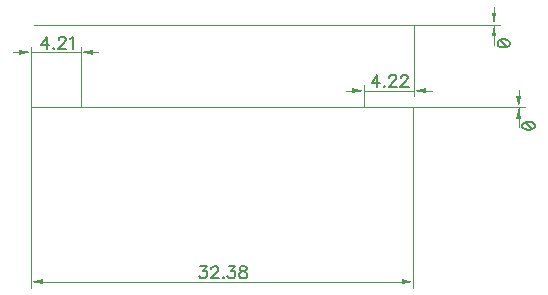
<source format=gbr>
G04 DipTrace 3.0.0.1*
G04 TopDimension.gbr*
%MOIN*%
G04 #@! TF.FileFunction,Drawing,Top*
G04 #@! TF.Part,Single*
%ADD13C,0.001378*%
%ADD107C,0.006176*%
%FSLAX26Y26*%
G04*
G70*
G90*
G75*
G01*
G04 TopDimension*
%LPD*%
X558661Y885433D2*
D13*
Y284016D1*
X1833465Y885433D2*
Y284016D1*
X1196063Y303701D2*
X598031D1*
G36*
X558661D2*
X598031Y311575D1*
Y295827D1*
X558661Y303701D1*
G37*
X1196063D2*
D13*
X1794094D1*
G36*
X1833465D2*
X1794094Y295827D1*
Y311575D1*
X1833465Y303701D1*
G37*
X570079Y1161024D2*
D13*
X2121260D1*
X1844882D2*
X2121260D1*
X2101575D2*
D3*
Y1220079D2*
Y1200394D1*
G36*
Y1161024D2*
X2093701Y1200394D1*
X2109449D1*
X2101575Y1161024D1*
G37*
Y1101969D2*
D13*
Y1121654D1*
G36*
Y1161024D2*
X2109449Y1121654D1*
X2093701D1*
X2101575Y1161024D1*
G37*
Y1094859D2*
D13*
Y1161024D1*
X724409Y886614D2*
Y1088189D1*
X558661Y885433D2*
Y1088189D1*
Y1068504D2*
X724409D1*
X499606D2*
X519291D1*
G36*
X558661D2*
X519291Y1060630D1*
Y1076378D1*
X558661Y1068504D1*
G37*
X783465D2*
D13*
X763780D1*
G36*
X724409D2*
X763780Y1076378D1*
Y1060630D1*
X724409Y1068504D1*
G37*
X1669291Y886614D2*
D13*
Y961024D1*
X1835433Y1156693D2*
Y921654D1*
X1669291Y941339D2*
X1835433D1*
X1610236D2*
X1629921D1*
G36*
X1669291D2*
X1629921Y933465D1*
Y949213D1*
X1669291Y941339D1*
G37*
X1894488D2*
D13*
X1874803D1*
G36*
X1835433D2*
X1874803Y949213D1*
Y933465D1*
X1835433Y941339D1*
G37*
X558661Y885433D2*
D13*
X2204386D1*
X1833465D2*
X2204386D1*
X2184701D2*
D3*
Y944488D2*
Y924803D1*
G36*
Y885433D2*
X2176827Y924803D1*
X2192575D1*
X2184701Y885433D1*
G37*
Y826378D2*
D13*
Y846063D1*
G36*
Y885433D2*
X2192575Y846063D1*
X2176827D1*
X2184701Y885433D1*
G37*
Y819268D2*
D13*
Y885433D1*
X1122804Y356059D2*
D107*
X1143807D1*
X1132355Y340761D1*
X1138103D1*
X1141905Y338859D1*
X1143807Y336958D1*
X1145752Y331210D1*
Y327408D1*
X1143807Y321660D1*
X1140004Y317813D1*
X1134256Y315912D1*
X1128508D1*
X1122804Y317813D1*
X1120903Y319758D1*
X1118957Y323561D1*
X1160049Y346509D2*
Y348410D1*
X1161950Y352257D1*
X1163852Y354158D1*
X1167698Y356059D1*
X1175348D1*
X1179150Y354158D1*
X1181051Y352257D1*
X1182997Y348410D1*
Y344607D1*
X1181051Y340761D1*
X1177249Y335057D1*
X1158104Y315912D1*
X1184898D1*
X1199151Y319758D2*
X1197250Y317813D1*
X1199151Y315912D1*
X1201096Y317813D1*
X1199151Y319758D1*
X1217294Y356059D2*
X1238297D1*
X1226845Y340761D1*
X1232593D1*
X1236396Y338859D1*
X1238297Y336958D1*
X1240242Y331210D1*
Y327408D1*
X1238297Y321660D1*
X1234494Y317813D1*
X1228746Y315912D1*
X1222998D1*
X1217294Y317813D1*
X1215393Y319758D1*
X1213448Y323561D1*
X1262144Y356059D2*
X1256441Y354158D1*
X1254495Y350356D1*
Y346509D1*
X1256441Y342706D1*
X1260243Y340761D1*
X1267892Y338859D1*
X1273640Y336958D1*
X1277443Y333111D1*
X1279344Y329309D1*
Y323561D1*
X1277443Y319758D1*
X1275542Y317813D1*
X1269794Y315912D1*
X1262144D1*
X1256441Y317813D1*
X1254495Y319758D1*
X1252594Y323561D1*
Y329309D1*
X1254495Y333111D1*
X1258342Y336958D1*
X1264046Y338859D1*
X1271695Y340761D1*
X1275542Y342706D1*
X1277443Y346509D1*
Y350356D1*
X1275542Y354158D1*
X1269794Y356059D1*
X1262144D1*
X2153933Y1100894D2*
X2152032Y1106642D1*
X2146284Y1110489D1*
X2136733Y1112390D1*
X2130985D1*
X2121435Y1110489D1*
X2115687Y1106642D1*
X2113786Y1100894D1*
Y1097091D1*
X2115687Y1091343D1*
X2121435Y1087541D1*
X2130985Y1085595D1*
X2136733D1*
X2146284Y1087541D1*
X2152032Y1091343D1*
X2153933Y1097091D1*
Y1100894D1*
X2146284Y1087541D2*
X2121435Y1110489D1*
X610775Y1080715D2*
Y1120862D1*
X591630Y1094112D1*
X620326D1*
X634579Y1084561D2*
X632677Y1082616D1*
X634579Y1080715D1*
X636524Y1082616D1*
X634579Y1084561D1*
X650821Y1111312D2*
Y1113213D1*
X652722Y1117060D1*
X654624Y1118961D1*
X658470Y1120862D1*
X666120D1*
X669922Y1118961D1*
X671824Y1117060D1*
X673769Y1113213D1*
Y1109411D1*
X671824Y1105564D1*
X668021Y1099860D1*
X648876Y1080715D1*
X675670D1*
X688022Y1113213D2*
X691868Y1115159D1*
X697616Y1120862D1*
Y1080715D1*
X1713002Y953549D2*
Y993697D1*
X1693857Y966947D1*
X1722553D1*
X1736806Y957396D2*
X1734904Y955451D1*
X1736806Y953549D1*
X1738751Y955451D1*
X1736806Y957396D1*
X1753048Y984147D2*
Y986048D1*
X1754949Y989895D1*
X1756850Y991796D1*
X1760697Y993697D1*
X1768347D1*
X1772149Y991796D1*
X1774050Y989895D1*
X1775996Y986048D1*
Y982245D1*
X1774050Y978399D1*
X1770248Y972695D1*
X1751102Y953549D1*
X1777897D1*
X1792194Y984147D2*
Y986048D1*
X1794095Y989895D1*
X1795997Y991796D1*
X1799843Y993697D1*
X1807493D1*
X1811295Y991796D1*
X1813196Y989895D1*
X1815142Y986048D1*
Y982245D1*
X1813196Y978399D1*
X1809394Y972695D1*
X1790249Y953549D1*
X1817043D1*
X2237059Y825303D2*
X2235158Y831051D1*
X2229410Y834898D1*
X2219859Y836799D1*
X2214111D1*
X2204561Y834898D1*
X2198813Y831051D1*
X2196912Y825303D1*
Y821501D1*
X2198813Y815753D1*
X2204561Y811950D1*
X2214111Y810005D1*
X2219859D1*
X2229410Y811950D1*
X2235158Y815753D1*
X2237059Y821501D1*
Y825303D1*
X2229410Y811950D2*
X2204561Y834898D1*
M02*

</source>
